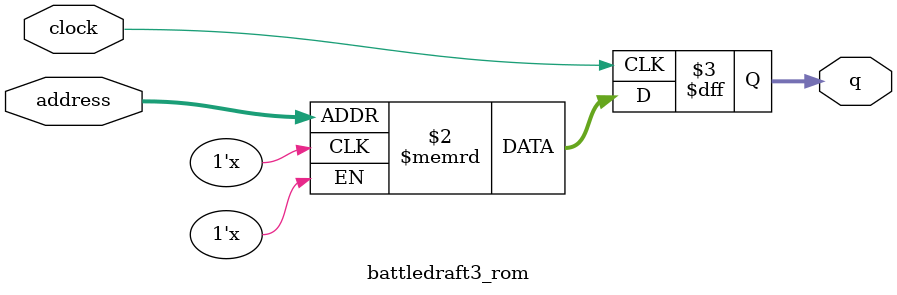
<source format=sv>
module battledraft3_rom (
	input logic clock,
	input logic [17:0] address,
	output logic [3:0] q
);

logic [3:0] memory [0:153599] /* synthesis ram_init_file = "./battledraft3/battledraft3.mif" */;

always_ff @ (posedge clock) begin
	q <= memory[address];
end

endmodule

</source>
